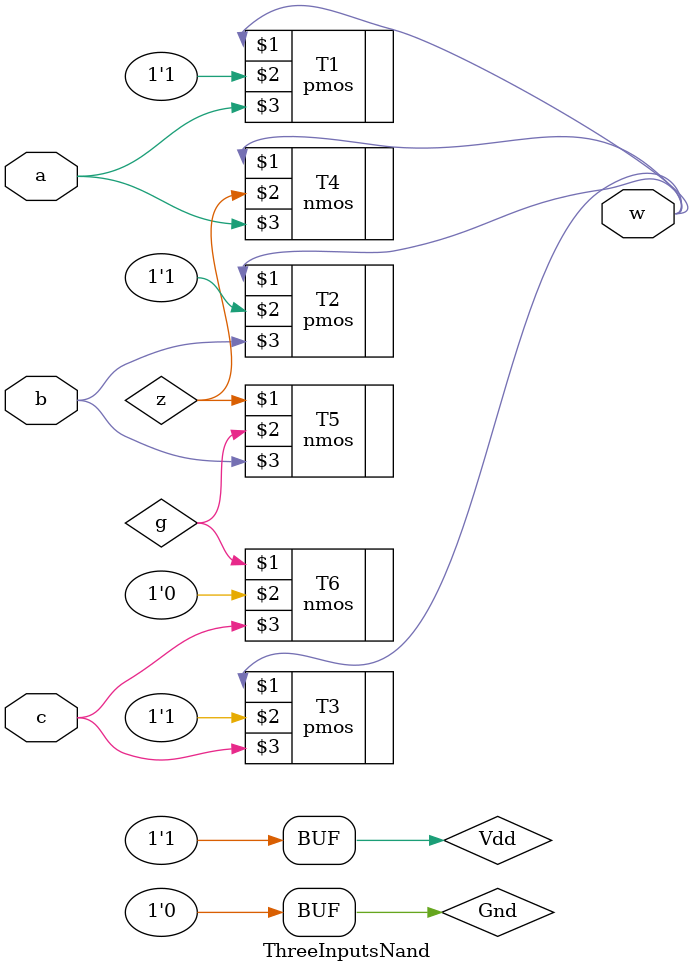
<source format=v>
`timescale 1ns/1ns
module ThreeInputsNand(input a,b,c,output w);
	wire g,z;
	supply1 Vdd;
	supply0 Gnd;
	pmos #(5,6,7) T1(w,Vdd,a);
	pmos #(5,6,7) T2(w,Vdd,b);
	pmos #(5,6,7) T3(w,Vdd,c);
	nmos #(3,4,5) T4(w,z,a);
	nmos #(3,4,5) T5(z,g,b);
	nmos #(3,4,5) T6(g,Gnd,c);
endmodule
</source>
